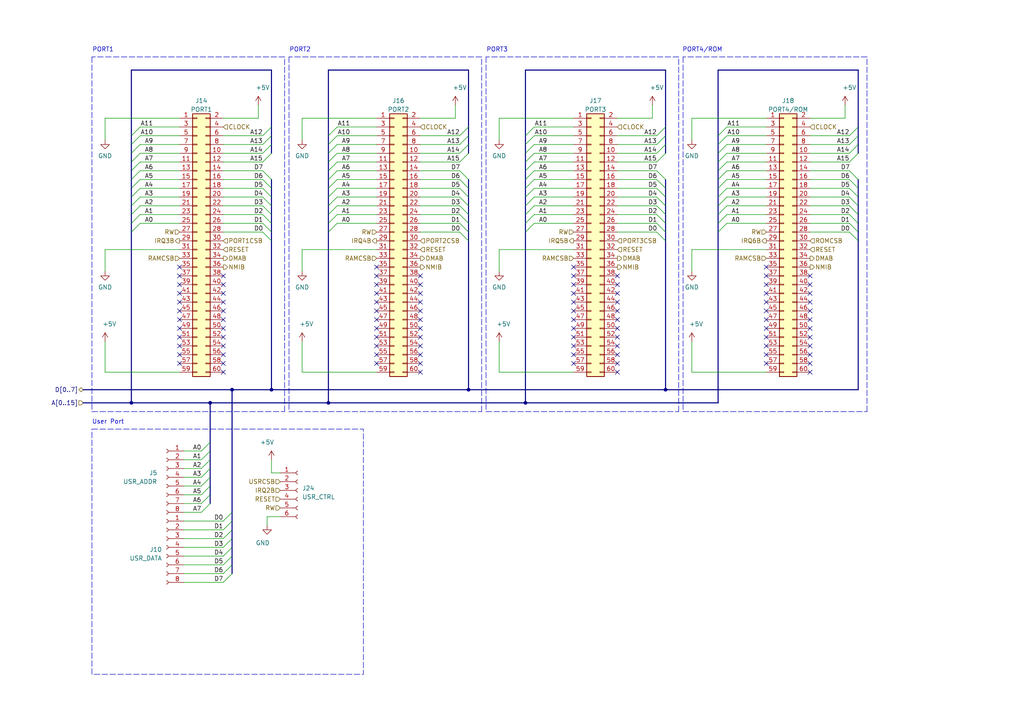
<source format=kicad_sch>
(kicad_sch (version 20230121) (generator eeschema)
  (paper "A4")
  (title_block (title "Miniish") (date "2023-05-19") (rev "v1.3") (company "Romuald Rousseau"))
  (lib_symbols
    (symbol "Connector:Conn_01x06_Socket" (pin_names (offset 1.016) hide)
      (property "Reference" "J" (at 0 7.62 0))
      (property "Value" "Conn_01x06_Socket" (at 0 -10.16 0))
      (symbol "Conn_01x06_Socket_1_1"
        (arc (start 0 -7.112) (mid -0.5058 -7.62) (end 0 -8.128) (stroke (width 0.1524)))
        (arc (start 0 -4.572) (mid -0.5058 -5.08) (end 0 -5.588) (stroke (width 0.1524)))
        (arc (start 0 -2.032) (mid -0.5058 -2.54) (end 0 -3.048) (stroke (width 0.1524)))
        (polyline (pts (xy -1.27 -7.62) (xy -0.508 -7.62)) (stroke (width 0.1524)))
        (polyline (pts (xy -1.27 -5.08) (xy -0.508 -5.08)) (stroke (width 0.1524)))
        (polyline (pts (xy -1.27 -2.54) (xy -0.508 -2.54)) (stroke (width 0.1524)))
        (polyline (pts (xy -1.27 0) (xy -0.508 0)) (stroke (width 0.1524)))
        (polyline (pts (xy -1.27 2.54) (xy -0.508 2.54)) (stroke (width 0.1524)))
        (polyline (pts (xy -1.27 5.08) (xy -0.508 5.08)) (stroke (width 0.1524)))
        (arc (start 0 0.508) (mid -0.5058 0) (end 0 -0.508) (stroke (width 0.1524)))
        (arc (start 0 3.048) (mid -0.5058 2.54) (end 0 2.032) (stroke (width 0.1524)))
        (arc (start 0 5.588) (mid -0.5058 5.08) (end 0 4.572) (stroke (width 0.1524)))
        (pin passive line (at -5.08 5.08 0) (length 3.81) (name "Pin_1") (number "1"))
        (pin passive line (at -5.08 2.54 0) (length 3.81) (name "Pin_2") (number "2"))
        (pin passive line (at -5.08 0 0) (length 3.81) (name "Pin_3") (number "3"))
        (pin passive line (at -5.08 -2.54 0) (length 3.81) (name "Pin_4") (number "4"))
        (pin passive line (at -5.08 -5.08 0) (length 3.81) (name "Pin_5") (number "5"))
        (pin passive line (at -5.08 -7.62 0) (length 3.81) (name "Pin_6") (number "6"))
      )
    )
    (symbol "Connector:Conn_01x08_Socket" (pin_names (offset 1.016) hide)
      (property "Reference" "J" (at 0 10.16 0))
      (property "Value" "Conn_01x08_Socket" (at 0 -12.7 0))
      (symbol "Conn_01x08_Socket_1_1"
        (arc (start 0 -9.652) (mid -0.5058 -10.16) (end 0 -10.668) (stroke (width 0.1524)))
        (arc (start 0 -7.112) (mid -0.5058 -7.62) (end 0 -8.128) (stroke (width 0.1524)))
        (arc (start 0 -4.572) (mid -0.5058 -5.08) (end 0 -5.588) (stroke (width 0.1524)))
        (arc (start 0 -2.032) (mid -0.5058 -2.54) (end 0 -3.048) (stroke (width 0.1524)))
        (polyline (pts (xy -1.27 -10.16) (xy -0.508 -10.16)) (stroke (width 0.1524)))
        (polyline (pts (xy -1.27 -7.62) (xy -0.508 -7.62)) (stroke (width 0.1524)))
        (polyline (pts (xy -1.27 -5.08) (xy -0.508 -5.08)) (stroke (width 0.1524)))
        (polyline (pts (xy -1.27 -2.54) (xy -0.508 -2.54)) (stroke (width 0.1524)))
        (polyline (pts (xy -1.27 0) (xy -0.508 0)) (stroke (width 0.1524)))
        (polyline (pts (xy -1.27 2.54) (xy -0.508 2.54)) (stroke (width 0.1524)))
        (polyline (pts (xy -1.27 5.08) (xy -0.508 5.08)) (stroke (width 0.1524)))
        (polyline (pts (xy -1.27 7.62) (xy -0.508 7.62)) (stroke (width 0.1524)))
        (arc (start 0 0.508) (mid -0.5058 0) (end 0 -0.508) (stroke (width 0.1524)))
        (arc (start 0 3.048) (mid -0.5058 2.54) (end 0 2.032) (stroke (width 0.1524)))
        (arc (start 0 5.588) (mid -0.5058 5.08) (end 0 4.572) (stroke (width 0.1524)))
        (arc (start 0 8.128) (mid -0.5058 7.62) (end 0 7.112) (stroke (width 0.1524)))
        (pin passive line (at -5.08 7.62 0) (length 3.81) (name "Pin_1") (number "1"))
        (pin passive line (at -5.08 5.08 0) (length 3.81) (name "Pin_2") (number "2"))
        (pin passive line (at -5.08 2.54 0) (length 3.81) (name "Pin_3") (number "3"))
        (pin passive line (at -5.08 0 0) (length 3.81) (name "Pin_4") (number "4"))
        (pin passive line (at -5.08 -2.54 0) (length 3.81) (name "Pin_5") (number "5"))
        (pin passive line (at -5.08 -5.08 0) (length 3.81) (name "Pin_6") (number "6"))
        (pin passive line (at -5.08 -7.62 0) (length 3.81) (name "Pin_7") (number "7"))
        (pin passive line (at -5.08 -10.16 0) (length 3.81) (name "Pin_8") (number "8"))
      )
    )
    (symbol "Connector_Generic:Conn_02x30_Odd_Even" (pin_names (offset 1.016) hide)
      (property "Reference" "J" (at 1.27 38.1 0))
      (property "Value" "Conn_02x30_Odd_Even" (at 1.27 -40.64 0))
      (symbol "Conn_02x30_Odd_Even_1_1"
        (rectangle (start -1.27 -37.973) (end 0 -38.227) (stroke (width 0.1524)))
        (rectangle (start -1.27 -35.433) (end 0 -35.687) (stroke (width 0.1524)))
        (rectangle (start -1.27 -32.893) (end 0 -33.147) (stroke (width 0.1524)))
        (rectangle (start -1.27 -30.353) (end 0 -30.607) (stroke (width 0.1524)))
        (rectangle (start -1.27 -27.813) (end 0 -28.067) (stroke (width 0.1524)))
        (rectangle (start -1.27 -25.273) (end 0 -25.527) (stroke (width 0.1524)))
        (rectangle (start -1.27 -22.733) (end 0 -22.987) (stroke (width 0.1524)))
        (rectangle (start -1.27 -20.193) (end 0 -20.447) (stroke (width 0.1524)))
        (rectangle (start -1.27 -17.653) (end 0 -17.907) (stroke (width 0.1524)))
        (rectangle (start -1.27 -15.113) (end 0 -15.367) (stroke (width 0.1524)))
        (rectangle (start -1.27 -12.573) (end 0 -12.827) (stroke (width 0.1524)))
        (rectangle (start -1.27 -10.033) (end 0 -10.287) (stroke (width 0.1524)))
        (rectangle (start -1.27 -7.493) (end 0 -7.747) (stroke (width 0.1524)))
        (rectangle (start -1.27 -4.953) (end 0 -5.207) (stroke (width 0.1524)))
        (rectangle (start -1.27 -2.413) (end 0 -2.667) (stroke (width 0.1524)))
        (rectangle (start -1.27 0.127) (end 0 -0.127) (stroke (width 0.1524)))
        (rectangle (start -1.27 2.667) (end 0 2.413) (stroke (width 0.1524)))
        (rectangle (start -1.27 5.207) (end 0 4.953) (stroke (width 0.1524)))
        (rectangle (start -1.27 7.747) (end 0 7.493) (stroke (width 0.1524)))
        (rectangle (start -1.27 10.287) (end 0 10.033) (stroke (width 0.1524)))
        (rectangle (start -1.27 12.827) (end 0 12.573) (stroke (width 0.1524)))
        (rectangle (start -1.27 15.367) (end 0 15.113) (stroke (width 0.1524)))
        (rectangle (start -1.27 17.907) (end 0 17.653) (stroke (width 0.1524)))
        (rectangle (start -1.27 20.447) (end 0 20.193) (stroke (width 0.1524)))
        (rectangle (start -1.27 22.987) (end 0 22.733) (stroke (width 0.1524)))
        (rectangle (start -1.27 25.527) (end 0 25.273) (stroke (width 0.1524)))
        (rectangle (start -1.27 28.067) (end 0 27.813) (stroke (width 0.1524)))
        (rectangle (start -1.27 30.607) (end 0 30.353) (stroke (width 0.1524)))
        (rectangle (start -1.27 33.147) (end 0 32.893) (stroke (width 0.1524)))
        (rectangle (start -1.27 35.687) (end 0 35.433) (stroke (width 0.1524)))
        (rectangle (start -1.27 36.83) (end 3.81 -39.37) (stroke (width 0.254)) (fill (type background)))
        (rectangle (start 3.81 -37.973) (end 2.54 -38.227) (stroke (width 0.1524)))
        (rectangle (start 3.81 -35.433) (end 2.54 -35.687) (stroke (width 0.1524)))
        (rectangle (start 3.81 -32.893) (end 2.54 -33.147) (stroke (width 0.1524)))
        (rectangle (start 3.81 -30.353) (end 2.54 -30.607) (stroke (width 0.1524)))
        (rectangle (start 3.81 -27.813) (end 2.54 -28.067) (stroke (width 0.1524)))
        (rectangle (start 3.81 -25.273) (end 2.54 -25.527) (stroke (width 0.1524)))
        (rectangle (start 3.81 -22.733) (end 2.54 -22.987) (stroke (width 0.1524)))
        (rectangle (start 3.81 -20.193) (end 2.54 -20.447) (stroke (width 0.1524)))
        (rectangle (start 3.81 -17.653) (end 2.54 -17.907) (stroke (width 0.1524)))
        (rectangle (start 3.81 -15.113) (end 2.54 -15.367) (stroke (width 0.1524)))
        (rectangle (start 3.81 -12.573) (end 2.54 -12.827) (stroke (width 0.1524)))
        (rectangle (start 3.81 -10.033) (end 2.54 -10.287) (stroke (width 0.1524)))
        (rectangle (start 3.81 -7.493) (end 2.54 -7.747) (stroke (width 0.1524)))
        (rectangle (start 3.81 -4.953) (end 2.54 -5.207) (stroke (width 0.1524)))
        (rectangle (start 3.81 -2.413) (end 2.54 -2.667) (stroke (width 0.1524)))
        (rectangle (start 3.81 0.127) (end 2.54 -0.127) (stroke (width 0.1524)))
        (rectangle (start 3.81 2.667) (end 2.54 2.413) (stroke (width 0.1524)))
        (rectangle (start 3.81 5.207) (end 2.54 4.953) (stroke (width 0.1524)))
        (rectangle (start 3.81 7.747) (end 2.54 7.493) (stroke (width 0.1524)))
        (rectangle (start 3.81 10.287) (end 2.54 10.033) (stroke (width 0.1524)))
        (rectangle (start 3.81 12.827) (end 2.54 12.573) (stroke (width 0.1524)))
        (rectangle (start 3.81 15.367) (end 2.54 15.113) (stroke (width 0.1524)))
        (rectangle (start 3.81 17.907) (end 2.54 17.653) (stroke (width 0.1524)))
        (rectangle (start 3.81 20.447) (end 2.54 20.193) (stroke (width 0.1524)))
        (rectangle (start 3.81 22.987) (end 2.54 22.733) (stroke (width 0.1524)))
        (rectangle (start 3.81 25.527) (end 2.54 25.273) (stroke (width 0.1524)))
        (rectangle (start 3.81 28.067) (end 2.54 27.813) (stroke (width 0.1524)))
        (rectangle (start 3.81 30.607) (end 2.54 30.353) (stroke (width 0.1524)))
        (rectangle (start 3.81 33.147) (end 2.54 32.893) (stroke (width 0.1524)))
        (rectangle (start 3.81 35.687) (end 2.54 35.433) (stroke (width 0.1524)))
        (pin passive line (at -5.08 35.56 0) (length 3.81) (name "Pin_1") (number "1"))
        (pin passive line (at 7.62 25.4 180) (length 3.81) (name "Pin_10") (number "10"))
        (pin passive line (at -5.08 22.86 0) (length 3.81) (name "Pin_11") (number "11"))
        (pin passive line (at 7.62 22.86 180) (length 3.81) (name "Pin_12") (number "12"))
        (pin passive line (at -5.08 20.32 0) (length 3.81) (name "Pin_13") (number "13"))
        (pin passive line (at 7.62 20.32 180) (length 3.81) (name "Pin_14") (number "14"))
        (pin passive line (at -5.08 17.78 0) (length 3.81) (name "Pin_15") (number "15"))
        (pin passive line (at 7.62 17.78 180) (length 3.81) (name "Pin_16") (number "16"))
        (pin passive line (at -5.08 15.24 0) (length 3.81) (name "Pin_17") (number "17"))
        (pin passive line (at 7.62 15.24 180) (length 3.81) (name "Pin_18") (number "18"))
        (pin passive line (at -5.08 12.7 0) (length 3.81) (name "Pin_19") (number "19"))
        (pin passive line (at 7.62 35.56 180) (length 3.81) (name "Pin_2") (number "2"))
        (pin passive line (at 7.62 12.7 180) (length 3.81) (name "Pin_20") (number "20"))
        (pin passive line (at -5.08 10.16 0) (length 3.81) (name "Pin_21") (number "21"))
        (pin passive line (at 7.62 10.16 180) (length 3.81) (name "Pin_22") (number "22"))
        (pin passive line (at -5.08 7.62 0) (length 3.81) (name "Pin_23") (number "23"))
        (pin passive line (at 7.62 7.62 180) (length 3.81) (name "Pin_24") (number "24"))
        (pin passive line (at -5.08 5.08 0) (length 3.81) (name "Pin_25") (number "25"))
        (pin passive line (at 7.62 5.08 180) (length 3.81) (name "Pin_26") (number "26"))
        (pin passive line (at -5.08 2.54 0) (length 3.81) (name "Pin_27") (number "27"))
        (pin passive line (at 7.62 2.54 180) (length 3.81) (name "Pin_28") (number "28"))
        (pin passive line (at -5.08 0 0) (length 3.81) (name "Pin_29") (number "29"))
        (pin passive line (at -5.08 33.02 0) (length 3.81) (name "Pin_3") (number "3"))
        (pin passive line (at 7.62 0 180) (length 3.81) (name "Pin_30") (number "30"))
        (pin passive line (at -5.08 -2.54 0) (length 3.81) (name "Pin_31") (number "31"))
        (pin passive line (at 7.62 -2.54 180) (length 3.81) (name "Pin_32") (number "32"))
        (pin passive line (at -5.08 -5.08 0) (length 3.81) (name "Pin_33") (number "33"))
        (pin passive line (at 7.62 -5.08 180) (length 3.81) (name "Pin_34") (number "34"))
        (pin passive line (at -5.08 -7.62 0) (length 3.81) (name "Pin_35") (number "35"))
        (pin passive line (at 7.62 -7.62 180) (length 3.81) (name "Pin_36") (number "36"))
        (pin passive line (at -5.08 -10.16 0) (length 3.81) (name "Pin_37") (number "37"))
        (pin passive line (at 7.62 -10.16 180) (length 3.81) (name "Pin_38") (number "38"))
        (pin passive line (at -5.08 -12.7 0) (length 3.81) (name "Pin_39") (number "39"))
        (pin passive line (at 7.62 33.02 180) (length 3.81) (name "Pin_4") (number "4"))
        (pin passive line (at 7.62 -12.7 180) (length 3.81) (name "Pin_40") (number "40"))
        (pin passive line (at -5.08 -15.24 0) (length 3.81) (name "Pin_41") (number "41"))
        (pin passive line (at 7.62 -15.24 180) (length 3.81) (name "Pin_42") (number "42"))
        (pin passive line (at -5.08 -17.78 0) (length 3.81) (name "Pin_43") (number "43"))
        (pin passive line (at 7.62 -17.78 180) (length 3.81) (name "Pin_44") (number "44"))
        (pin passive line (at -5.08 -20.32 0) (length 3.81) (name "Pin_45") (number "45"))
        (pin passive line (at 7.62 -20.32 180) (length 3.81) (name "Pin_46") (number "46"))
        (pin passive line (at -5.08 -22.86 0) (length 3.81) (name "Pin_47") (number "47"))
        (pin passive line (at 7.62 -22.86 180) (length 3.81) (name "Pin_48") (number "48"))
        (pin passive line (at -5.08 -25.4 0) (length 3.81) (name "Pin_49") (number "49"))
        (pin passive line (at -5.08 30.48 0) (length 3.81) (name "Pin_5") (number "5"))
        (pin passive line (at 7.62 -25.4 180) (length 3.81) (name "Pin_50") (number "50"))
        (pin passive line (at -5.08 -27.94 0) (length 3.81) (name "Pin_51") (number "51"))
        (pin passive line (at 7.62 -27.94 180) (length 3.81) (name "Pin_52") (number "52"))
        (pin passive line (at -5.08 -30.48 0) (length 3.81) (name "Pin_53") (number "53"))
        (pin passive line (at 7.62 -30.48 180) (length 3.81) (name "Pin_54") (number "54"))
        (pin passive line (at -5.08 -33.02 0) (length 3.81) (name "Pin_55") (number "55"))
        (pin passive line (at 7.62 -33.02 180) (length 3.81) (name "Pin_56") (number "56"))
        (pin passive line (at -5.08 -35.56 0) (length 3.81) (name "Pin_57") (number "57"))
        (pin passive line (at 7.62 -35.56 180) (length 3.81) (name "Pin_58") (number "58"))
        (pin passive line (at -5.08 -38.1 0) (length 3.81) (name "Pin_59") (number "59"))
        (pin passive line (at 7.62 30.48 180) (length 3.81) (name "Pin_6") (number "6"))
        (pin passive line (at 7.62 -38.1 180) (length 3.81) (name "Pin_60") (number "60"))
        (pin passive line (at -5.08 27.94 0) (length 3.81) (name "Pin_7") (number "7"))
        (pin passive line (at 7.62 27.94 180) (length 3.81) (name "Pin_8") (number "8"))
        (pin passive line (at -5.08 25.4 0) (length 3.81) (name "Pin_9") (number "9"))
      )
    )
    (symbol "power:+5V" (power) (pin_names (offset 0))
      (property "Value" "+5V" (at 0 3.556 0))
      (symbol "+5V_0_1"
        (polyline (pts (xy -0.762 1.27) (xy 0 2.54)))
        (polyline (pts (xy 0 0) (xy 0 2.54)))
        (polyline (pts (xy 0 2.54) (xy 0.762 1.27)))
      )
      (symbol "+5V_1_1"
        (pin power_in line (at 0 0 90) (length 0) hide (name "+5V") (number "1"))
      )
    )
    (symbol "power:GND" (power) (pin_names (offset 0))
      (property "Value" "GND" (at 0 -3.81 0))
      (symbol "GND_0_1"
        (polyline (pts (xy 0 0) (xy 0 -1.27) (xy 1.27 -1.27) (xy 0 -2.54) (xy -1.27 -1.27) (xy 0 -1.27)))
      )
      (symbol "GND_1_1"
        (pin power_in line (at 0 0 270) (length 0) hide (name "GND") (number "1"))
      )
    )
  )
  (junction (at 38.1 116.84))
  (junction (at 95.25 116.84))
  (junction (at 193.04 113.03))
  (junction (at 135.89 113.03))
  (junction (at 78.74 113.03))
  (junction (at 67.31 113.03))
  (junction (at 60.96 116.84))
  (junction (at 152.4 116.84))
  (no_connect (at 52.07 92.71))
  (no_connect (at 109.22 95.25))
  (no_connect (at 234.95 105.41))
  (no_connect (at 222.25 82.55))
  (no_connect (at 179.07 107.95))
  (no_connect (at 166.37 87.63))
  (no_connect (at 121.92 80.01))
  (no_connect (at 64.77 100.33))
  (no_connect (at 179.07 85.09))
  (no_connect (at 166.37 105.41))
  (no_connect (at 222.25 102.87))
  (no_connect (at 234.95 97.79))
  (no_connect (at 166.37 77.47))
  (no_connect (at 121.92 100.33))
  (no_connect (at 222.25 90.17))
  (no_connect (at 166.37 85.09))
  (no_connect (at 64.77 82.55))
  (no_connect (at 109.22 92.71))
  (no_connect (at 52.07 97.79))
  (no_connect (at 109.22 100.33))
  (no_connect (at 52.07 105.41))
  (no_connect (at 64.77 102.87))
  (no_connect (at 166.37 95.25))
  (no_connect (at 222.25 100.33))
  (no_connect (at 222.25 85.09))
  (no_connect (at 109.22 87.63))
  (no_connect (at 179.07 87.63))
  (no_connect (at 109.22 105.41))
  (no_connect (at 179.07 102.87))
  (no_connect (at 109.22 77.47))
  (no_connect (at 234.95 82.55))
  (no_connect (at 64.77 95.25))
  (no_connect (at 222.25 92.71))
  (no_connect (at 121.92 95.25))
  (no_connect (at 64.77 87.63))
  (no_connect (at 64.77 92.71))
  (no_connect (at 52.07 100.33))
  (no_connect (at 64.77 85.09))
  (no_connect (at 234.95 100.33))
  (no_connect (at 166.37 102.87))
  (no_connect (at 222.25 105.41))
  (no_connect (at 121.92 107.95))
  (no_connect (at 234.95 90.17))
  (no_connect (at 234.95 92.71))
  (no_connect (at 52.07 87.63))
  (no_connect (at 121.92 85.09))
  (no_connect (at 179.07 80.01))
  (no_connect (at 234.95 95.25))
  (no_connect (at 121.92 87.63))
  (no_connect (at 179.07 97.79))
  (no_connect (at 222.25 77.47))
  (no_connect (at 64.77 107.95))
  (no_connect (at 64.77 80.01))
  (no_connect (at 64.77 90.17))
  (no_connect (at 234.95 85.09))
  (no_connect (at 121.92 97.79))
  (no_connect (at 52.07 82.55))
  (no_connect (at 179.07 100.33))
  (no_connect (at 121.92 92.71))
  (no_connect (at 166.37 97.79))
  (no_connect (at 52.07 80.01))
  (no_connect (at 234.95 107.95))
  (no_connect (at 121.92 90.17))
  (no_connect (at 179.07 95.25))
  (no_connect (at 222.25 80.01))
  (no_connect (at 166.37 82.55))
  (no_connect (at 166.37 92.71))
  (no_connect (at 234.95 87.63))
  (no_connect (at 234.95 102.87))
  (no_connect (at 109.22 85.09))
  (no_connect (at 166.37 90.17))
  (no_connect (at 109.22 90.17))
  (no_connect (at 52.07 102.87))
  (no_connect (at 179.07 90.17))
  (no_connect (at 52.07 85.09))
  (no_connect (at 109.22 97.79))
  (no_connect (at 179.07 82.55))
  (no_connect (at 121.92 105.41))
  (no_connect (at 234.95 80.01))
  (no_connect (at 64.77 105.41))
  (no_connect (at 52.07 90.17))
  (no_connect (at 166.37 100.33))
  (no_connect (at 179.07 105.41))
  (no_connect (at 121.92 82.55))
  (no_connect (at 222.25 95.25))
  (no_connect (at 179.07 92.71))
  (no_connect (at 109.22 80.01))
  (no_connect (at 52.07 95.25))
  (no_connect (at 109.22 102.87))
  (no_connect (at 166.37 80.01))
  (no_connect (at 222.25 97.79))
  (no_connect (at 121.92 102.87))
  (no_connect (at 64.77 97.79))
  (no_connect (at 222.25 87.63))
  (no_connect (at 52.07 77.47))
  (no_connect (at 109.22 82.55))
  (bus_entry (at 193.04 54.61) (size -2.54 -2.54) (stroke (width 0.1524)))
  (bus_entry (at 38.1 67.31) (size 2.54 -2.54) (stroke (width 0.1524)))
  (bus_entry (at 193.04 69.85) (size -2.54 -2.54) (stroke (width 0.1524)))
  (bus_entry (at 95.25 39.37) (size 2.54 -2.54) (stroke (width 0.1524)))
  (bus_entry (at 38.1 62.23) (size 2.54 -2.54) (stroke (width 0.1524)))
  (bus_entry (at 135.89 69.85) (size -2.54 -2.54) (stroke (width 0.1524)))
  (bus_entry (at 64.77 163.83) (size 2.54 -2.54))
  (bus_entry (at 152.4 64.77) (size 2.54 -2.54) (stroke (width 0.1524)))
  (bus_entry (at 95.25 64.77) (size 2.54 -2.54) (stroke (width 0.1524)))
  (bus_entry (at 135.89 36.83) (size -2.54 2.54) (stroke (width 0.1524)))
  (bus_entry (at 248.92 36.83) (size -2.54 2.54) (stroke (width 0.1524)))
  (bus_entry (at 38.1 54.61) (size 2.54 -2.54) (stroke (width 0.1524)))
  (bus_entry (at 38.1 59.69) (size 2.54 -2.54) (stroke (width 0.1524)))
  (bus_entry (at 152.4 41.91) (size 2.54 -2.54) (stroke (width 0.1524)))
  (bus_entry (at 64.77 158.75) (size 2.54 -2.54))
  (bus_entry (at 78.74 41.91) (size -2.54 2.54) (stroke (width 0.1524)))
  (bus_entry (at 248.92 69.85) (size -2.54 -2.54) (stroke (width 0.1524)))
  (bus_entry (at 248.92 41.91) (size -2.54 2.54) (stroke (width 0.1524)))
  (bus_entry (at 78.74 36.83) (size -2.54 2.54) (stroke (width 0.1524)))
  (bus_entry (at 78.74 44.45) (size -2.54 2.54) (stroke (width 0.1524)))
  (bus_entry (at 152.4 52.07) (size 2.54 -2.54) (stroke (width 0.1524)))
  (bus_entry (at 208.28 54.61) (size 2.54 -2.54) (stroke (width 0.1524)))
  (bus_entry (at 64.77 168.91) (size 2.54 -2.54))
  (bus_entry (at 208.28 44.45) (size 2.54 -2.54) (stroke (width 0.1524)))
  (bus_entry (at 248.92 44.45) (size -2.54 2.54) (stroke (width 0.1524)))
  (bus_entry (at 95.25 49.53) (size 2.54 -2.54) (stroke (width 0.1524)))
  (bus_entry (at 95.25 44.45) (size 2.54 -2.54) (stroke (width 0.1524)))
  (bus_entry (at 38.1 41.91) (size 2.54 -2.54) (stroke (width 0.1524)))
  (bus_entry (at 135.89 57.15) (size -2.54 -2.54) (stroke (width 0.1524)))
  (bus_entry (at 208.28 64.77) (size 2.54 -2.54) (stroke (width 0.1524)))
  (bus_entry (at 58.42 133.35) (size 2.54 -2.54))
  (bus_entry (at 248.92 52.07) (size -2.54 -2.54) (stroke (width 0.1524)))
  (bus_entry (at 58.42 140.97) (size 2.54 -2.54))
  (bus_entry (at 152.4 49.53) (size 2.54 -2.54) (stroke (width 0.1524)))
  (bus_entry (at 152.4 44.45) (size 2.54 -2.54) (stroke (width 0.1524)))
  (bus_entry (at 38.1 52.07) (size 2.54 -2.54) (stroke (width 0.1524)))
  (bus_entry (at 135.89 64.77) (size -2.54 -2.54) (stroke (width 0.1524)))
  (bus_entry (at 58.42 135.89) (size 2.54 -2.54))
  (bus_entry (at 58.42 146.05) (size 2.54 -2.54))
  (bus_entry (at 38.1 44.45) (size 2.54 -2.54) (stroke (width 0.1524)))
  (bus_entry (at 78.74 69.85) (size -2.54 -2.54) (stroke (width 0.1524)))
  (bus_entry (at 135.89 39.37) (size -2.54 2.54) (stroke (width 0.1524)))
  (bus_entry (at 208.28 62.23) (size 2.54 -2.54) (stroke (width 0.1524)))
  (bus_entry (at 193.04 64.77) (size -2.54 -2.54) (stroke (width 0.1524)))
  (bus_entry (at 208.28 67.31) (size 2.54 -2.54) (stroke (width 0.1524)))
  (bus_entry (at 58.42 130.81) (size 2.54 -2.54))
  (bus_entry (at 152.4 59.69) (size 2.54 -2.54) (stroke (width 0.1524)))
  (bus_entry (at 193.04 44.45) (size -2.54 2.54) (stroke (width 0.1524)))
  (bus_entry (at 95.25 46.99) (size 2.54 -2.54) (stroke (width 0.1524)))
  (bus_entry (at 64.77 161.29) (size 2.54 -2.54))
  (bus_entry (at 248.92 57.15) (size -2.54 -2.54) (stroke (width 0.1524)))
  (bus_entry (at 193.04 36.83) (size -2.54 2.54) (stroke (width 0.1524)))
  (bus_entry (at 135.89 41.91) (size -2.54 2.54) (stroke (width 0.1524)))
  (bus_entry (at 78.74 39.37) (size -2.54 2.54) (stroke (width 0.1524)))
  (bus_entry (at 78.74 64.77) (size -2.54 -2.54) (stroke (width 0.1524)))
  (bus_entry (at 64.77 151.13) (size 2.54 -2.54))
  (bus_entry (at 64.77 156.21) (size 2.54 -2.54))
  (bus_entry (at 95.25 57.15) (size 2.54 -2.54) (stroke (width 0.1524)))
  (bus_entry (at 208.28 46.99) (size 2.54 -2.54) (stroke (width 0.1524)))
  (bus_entry (at 38.1 57.15) (size 2.54 -2.54) (stroke (width 0.1524)))
  (bus_entry (at 152.4 57.15) (size 2.54 -2.54) (stroke (width 0.1524)))
  (bus_entry (at 248.92 62.23) (size -2.54 -2.54) (stroke (width 0.1524)))
  (bus_entry (at 58.42 143.51) (size 2.54 -2.54))
  (bus_entry (at 95.25 62.23) (size 2.54 -2.54) (stroke (width 0.1524)))
  (bus_entry (at 193.04 41.91) (size -2.54 2.54) (stroke (width 0.1524)))
  (bus_entry (at 78.74 59.69) (size -2.54 -2.54) (stroke (width 0.1524)))
  (bus_entry (at 152.4 39.37) (size 2.54 -2.54) (stroke (width 0.1524)))
  (bus_entry (at 152.4 46.99) (size 2.54 -2.54) (stroke (width 0.1524)))
  (bus_entry (at 38.1 49.53) (size 2.54 -2.54) (stroke (width 0.1524)))
  (bus_entry (at 58.42 148.59) (size 2.54 -2.54))
  (bus_entry (at 193.04 57.15) (size -2.54 -2.54) (stroke (width 0.1524)))
  (bus_entry (at 208.28 39.37) (size 2.54 -2.54) (stroke (width 0.1524)))
  (bus_entry (at 152.4 54.61) (size 2.54 -2.54) (stroke (width 0.1524)))
  (bus_entry (at 95.25 67.31) (size 2.54 -2.54) (stroke (width 0.1524)))
  (bus_entry (at 248.92 67.31) (size -2.54 -2.54) (stroke (width 0.1524)))
  (bus_entry (at 58.42 138.43) (size 2.54 -2.54))
  (bus_entry (at 38.1 46.99) (size 2.54 -2.54) (stroke (width 0.1524)))
  (bus_entry (at 135.89 52.07) (size -2.54 -2.54) (stroke (width 0.1524)))
  (bus_entry (at 208.28 52.07) (size 2.54 -2.54) (stroke (width 0.1524)))
  (bus_entry (at 38.1 64.77) (size 2.54 -2.54) (stroke (width 0.1524)))
  (bus_entry (at 95.25 52.07) (size 2.54 -2.54) (stroke (width 0.1524)))
  (bus_entry (at 208.28 49.53) (size 2.54 -2.54) (stroke (width 0.1524)))
  (bus_entry (at 248.92 59.69) (size -2.54 -2.54) (stroke (width 0.1524)))
  (bus_entry (at 135.89 54.61) (size -2.54 -2.54) (stroke (width 0.1524)))
  (bus_entry (at 135.89 67.31) (size -2.54 -2.54) (stroke (width 0.1524)))
  (bus_entry (at 64.77 166.37) (size 2.54 -2.54))
  (bus_entry (at 135.89 59.69) (size -2.54 -2.54) (stroke (width 0.1524)))
  (bus_entry (at 95.25 54.61) (size 2.54 -2.54) (stroke (width 0.1524)))
  (bus_entry (at 208.28 41.91) (size 2.54 -2.54) (stroke (width 0.1524)))
  (bus_entry (at 193.04 62.23) (size -2.54 -2.54) (stroke (width 0.1524)))
  (bus_entry (at 208.28 59.69) (size 2.54 -2.54) (stroke (width 0.1524)))
  (bus_entry (at 78.74 62.23) (size -2.54 -2.54) (stroke (width 0.1524)))
  (bus_entry (at 248.92 54.61) (size -2.54 -2.54) (stroke (width 0.1524)))
  (bus_entry (at 135.89 44.45) (size -2.54 2.54) (stroke (width 0.1524)))
  (bus_entry (at 208.28 57.15) (size 2.54 -2.54) (stroke (width 0.1524)))
  (bus_entry (at 78.74 54.61) (size -2.54 -2.54) (stroke (width 0.1524)))
  (bus_entry (at 193.04 67.31) (size -2.54 -2.54) (stroke (width 0.1524)))
  (bus_entry (at 135.89 62.23) (size -2.54 -2.54) (stroke (width 0.1524)))
  (bus_entry (at 193.04 59.69) (size -2.54 -2.54) (stroke (width 0.1524)))
  (bus_entry (at 152.4 62.23) (size 2.54 -2.54) (stroke (width 0.1524)))
  (bus_entry (at 95.25 41.91) (size 2.54 -2.54) (stroke (width 0.1524)))
  (bus_entry (at 78.74 57.15) (size -2.54 -2.54) (stroke (width 0.1524)))
  (bus_entry (at 95.25 59.69) (size 2.54 -2.54) (stroke (width 0.1524)))
  (bus_entry (at 78.74 52.07) (size -2.54 -2.54) (stroke (width 0.1524)))
  (bus_entry (at 248.92 64.77) (size -2.54 -2.54) (stroke (width 0.1524)))
  (bus_entry (at 38.1 39.37) (size 2.54 -2.54) (stroke (width 0.1524)))
  (bus_entry (at 248.92 39.37) (size -2.54 2.54) (stroke (width 0.1524)))
  (bus_entry (at 64.77 153.67) (size 2.54 -2.54))
  (bus_entry (at 78.74 67.31) (size -2.54 -2.54) (stroke (width 0.1524)))
  (bus_entry (at 193.04 39.37) (size -2.54 2.54) (stroke (width 0.1524)))
  (bus_entry (at 193.04 52.07) (size -2.54 -2.54) (stroke (width 0.1524)))
  (bus_entry (at 152.4 67.31) (size 2.54 -2.54) (stroke (width 0.1524)))
  (bus (pts (xy 60.96 140.97) (xy 60.96 143.51)))
  (bus (pts (xy 152.4 64.77) (xy 152.4 67.31)))
  (bus (pts (xy 248.92 69.85) (xy 248.92 113.03)))
  (wire (pts (xy 154.94 64.77) (xy 166.37 64.77)))
  (bus (pts (xy 193.04 62.23) (xy 193.04 59.69)))
  (wire (pts (xy 53.34 166.37) (xy 64.77 166.37)))
  (wire (pts (xy 97.79 41.91) (xy 109.22 41.91)))
  (wire (pts (xy 53.34 148.59) (xy 58.42 148.59)))
  (bus (pts (xy 60.96 143.51) (xy 60.96 146.05)))
  (bus (pts (xy 60.96 116.84) (xy 60.96 128.27)))
  (polyline (pts (xy 251.46 119.38) (xy 251.46 16.51)) (stroke (width 0) (type dash)))
  (wire (pts (xy 121.92 34.29) (xy 132.08 34.29)))
  (wire (pts (xy 53.34 140.97) (xy 58.42 140.97)))
  (bus (pts (xy 135.89 69.85) (xy 135.89 113.03)))
  (wire (pts (xy 53.34 146.05) (xy 58.42 146.05)))
  (wire (pts (xy 53.34 168.91) (xy 64.77 168.91)))
  (wire (pts (xy 53.34 161.29) (xy 64.77 161.29)))
  (bus (pts (xy 78.74 64.77) (xy 78.74 67.31)))
  (wire (pts (xy 179.07 54.61) (xy 190.5 54.61)))
  (bus (pts (xy 95.25 116.84) (xy 152.4 116.84)))
  (wire (pts (xy 76.2 46.99) (xy 64.77 46.99)))
  (bus (pts (xy 193.04 36.83) (xy 193.04 20.32)))
  (bus (pts (xy 38.1 64.77) (xy 38.1 67.31)))
  (bus (pts (xy 193.04 52.07) (xy 193.04 54.61)))
  (wire (pts (xy 97.79 44.45) (xy 109.22 44.45)))
  (bus (pts (xy 208.28 41.91) (xy 208.28 44.45)))
  (bus (pts (xy 67.31 151.13) (xy 67.31 153.67)))
  (bus (pts (xy 60.96 138.43) (xy 60.96 140.97)))
  (wire (pts (xy 40.64 54.61) (xy 52.07 54.61)))
  (wire (pts (xy 179.07 49.53) (xy 190.5 49.53)))
  (wire (pts (xy 144.78 72.39) (xy 144.78 78.74)))
  (wire (pts (xy 64.77 54.61) (xy 76.2 54.61)))
  (bus (pts (xy 67.31 113.03) (xy 78.74 113.03)))
  (bus (pts (xy 193.04 113.03) (xy 248.92 113.03)))
  (bus (pts (xy 248.92 62.23) (xy 248.92 59.69)))
  (bus (pts (xy 67.31 161.29) (xy 67.31 163.83)))
  (bus (pts (xy 78.74 54.61) (xy 78.74 57.15)))
  (bus (pts (xy 78.74 62.23) (xy 78.74 64.77)))
  (wire (pts (xy 40.64 39.37) (xy 52.07 39.37)))
  (wire (pts (xy 121.92 59.69) (xy 133.35 59.69)))
  (wire (pts (xy 76.2 39.37) (xy 64.77 39.37)))
  (wire (pts (xy 40.64 41.91) (xy 52.07 41.91)))
  (wire (pts (xy 234.95 67.31) (xy 246.38 67.31)))
  (bus (pts (xy 38.1 41.91) (xy 38.1 44.45)))
  (bus (pts (xy 95.25 41.91) (xy 95.25 44.45)))
  (wire (pts (xy 234.95 62.23) (xy 246.38 62.23)))
  (bus (pts (xy 95.25 46.99) (xy 95.25 49.53)))
  (wire (pts (xy 200.66 99.06) (xy 200.66 107.95)))
  (bus (pts (xy 38.1 116.84) (xy 60.96 116.84)))
  (wire (pts (xy 210.82 59.69) (xy 222.25 59.69)))
  (polyline (pts (xy 251.46 16.51) (xy 198.12 16.51)) (stroke (width 0) (type dash)))
  (wire (pts (xy 246.38 39.37) (xy 234.95 39.37)))
  (bus (pts (xy 248.92 20.32) (xy 208.28 20.32)))
  (wire (pts (xy 144.78 99.06) (xy 144.78 107.95)))
  (wire (pts (xy 40.64 49.53) (xy 52.07 49.53)))
  (wire (pts (xy 40.64 36.83) (xy 52.07 36.83)))
  (wire (pts (xy 154.94 49.53) (xy 166.37 49.53)))
  (wire (pts (xy 53.34 151.13) (xy 64.77 151.13)))
  (bus (pts (xy 135.89 113.03) (xy 193.04 113.03)))
  (bus (pts (xy 152.4 49.53) (xy 152.4 52.07)))
  (bus (pts (xy 135.89 36.83) (xy 135.89 39.37)))
  (wire (pts (xy 234.95 34.29) (xy 245.11 34.29)))
  (bus (pts (xy 208.28 59.69) (xy 208.28 62.23)))
  (wire (pts (xy 97.79 36.83) (xy 109.22 36.83)))
  (wire (pts (xy 121.92 64.77) (xy 133.35 64.77)))
  (wire (pts (xy 30.48 34.29) (xy 30.48 40.64)))
  (wire (pts (xy 190.5 44.45) (xy 179.07 44.45)))
  (wire (pts (xy 97.79 39.37) (xy 109.22 39.37)))
  (wire (pts (xy 87.63 107.95) (xy 109.22 107.95)))
  (bus (pts (xy 95.25 44.45) (xy 95.25 46.99)))
  (bus (pts (xy 152.4 116.84) (xy 208.28 116.84)))
  (polyline (pts (xy 196.85 16.51) (xy 140.97 16.51)) (stroke (width 0) (type dash)))
  (wire (pts (xy 40.64 44.45) (xy 52.07 44.45)))
  (wire (pts (xy 200.66 34.29) (xy 222.25 34.29)))
  (wire (pts (xy 234.95 54.61) (xy 246.38 54.61)))
  (wire (pts (xy 77.47 149.86) (xy 77.47 152.4)))
  (wire (pts (xy 234.95 52.07) (xy 246.38 52.07)))
  (wire (pts (xy 210.82 52.07) (xy 222.25 52.07)))
  (wire (pts (xy 154.94 52.07) (xy 166.37 52.07)))
  (bus (pts (xy 193.04 41.91) (xy 193.04 44.45)))
  (wire (pts (xy 144.78 34.29) (xy 144.78 40.64)))
  (bus (pts (xy 193.04 69.85) (xy 193.04 113.03)))
  (wire (pts (xy 87.63 34.29) (xy 109.22 34.29)))
  (wire (pts (xy 179.07 64.77) (xy 190.5 64.77)))
  (wire (pts (xy 144.78 107.95) (xy 166.37 107.95)))
  (bus (pts (xy 38.1 44.45) (xy 38.1 46.99)))
  (bus (pts (xy 248.92 41.91) (xy 248.92 44.45)))
  (bus (pts (xy 78.74 20.32) (xy 38.1 20.32)))
  (bus (pts (xy 152.4 57.15) (xy 152.4 59.69)))
  (wire (pts (xy 121.92 49.53) (xy 133.35 49.53)))
  (polyline (pts (xy 83.82 16.51) (xy 83.82 119.38)) (stroke (width 0) (type dash)))
  (wire (pts (xy 210.82 39.37) (xy 222.25 39.37)))
  (wire (pts (xy 200.66 72.39) (xy 200.66 78.74)))
  (bus (pts (xy 95.25 20.32) (xy 95.25 39.37)))
  (bus (pts (xy 152.4 62.23) (xy 152.4 64.77)))
  (bus (pts (xy 67.31 148.59) (xy 67.31 151.13)))
  (wire (pts (xy 190.5 39.37) (xy 179.07 39.37)))
  (bus (pts (xy 38.1 46.99) (xy 38.1 49.53)))
  (wire (pts (xy 154.94 36.83) (xy 166.37 36.83)))
  (bus (pts (xy 67.31 163.83) (xy 67.31 166.37)))
  (wire (pts (xy 97.79 54.61) (xy 109.22 54.61)))
  (wire (pts (xy 154.94 54.61) (xy 166.37 54.61)))
  (bus (pts (xy 95.25 67.31) (xy 95.25 116.84)))
  (wire (pts (xy 97.79 49.53) (xy 109.22 49.53)))
  (bus (pts (xy 67.31 113.03) (xy 67.31 148.59)))
  (wire (pts (xy 154.94 39.37) (xy 166.37 39.37)))
  (wire (pts (xy 200.66 34.29) (xy 200.66 40.64)))
  (bus (pts (xy 152.4 46.99) (xy 152.4 49.53)))
  (bus (pts (xy 95.25 64.77) (xy 95.25 67.31)))
  (bus (pts (xy 135.89 64.77) (xy 135.89 67.31)))
  (wire (pts (xy 97.79 46.99) (xy 109.22 46.99)))
  (wire (pts (xy 40.64 52.07) (xy 52.07 52.07)))
  (wire (pts (xy 97.79 62.23) (xy 109.22 62.23)))
  (bus (pts (xy 208.28 44.45) (xy 208.28 46.99)))
  (bus (pts (xy 60.96 135.89) (xy 60.96 138.43)))
  (wire (pts (xy 246.38 41.91) (xy 234.95 41.91)))
  (wire (pts (xy 189.23 34.29) (xy 189.23 30.48)))
  (bus (pts (xy 193.04 67.31) (xy 193.04 69.85)))
  (wire (pts (xy 190.5 46.99) (xy 179.07 46.99)))
  (wire (pts (xy 64.77 67.31) (xy 76.2 67.31)))
  (wire (pts (xy 64.77 62.23) (xy 76.2 62.23)))
  (bus (pts (xy 95.25 52.07) (xy 95.25 54.61)))
  (wire (pts (xy 40.64 64.77) (xy 52.07 64.77)))
  (wire (pts (xy 64.77 57.15) (xy 76.2 57.15)))
  (bus (pts (xy 78.74 62.23) (xy 78.74 59.69)))
  (bus (pts (xy 135.89 20.32) (xy 95.25 20.32)))
  (bus (pts (xy 152.4 52.07) (xy 152.4 54.61)))
  (wire (pts (xy 210.82 64.77) (xy 222.25 64.77)))
  (wire (pts (xy 64.77 52.07) (xy 76.2 52.07)))
  (bus (pts (xy 248.92 64.77) (xy 248.92 67.31)))
  (polyline (pts (xy 140.97 16.51) (xy 140.97 119.38)) (stroke (width 0) (type dash)))
  (bus (pts (xy 78.74 67.31) (xy 78.74 69.85)))
  (wire (pts (xy 53.34 163.83) (xy 64.77 163.83)))
  (wire (pts (xy 121.92 54.61) (xy 133.35 54.61)))
  (wire (pts (xy 210.82 41.91) (xy 222.25 41.91)))
  (wire (pts (xy 30.48 34.29) (xy 52.07 34.29)))
  (polyline (pts (xy 26.67 119.38) (xy 82.55 119.38)) (stroke (width 0) (type dash)))
  (wire (pts (xy 133.35 39.37) (xy 121.92 39.37)))
  (bus (pts (xy 78.74 39.37) (xy 78.74 41.91)))
  (wire (pts (xy 64.77 64.77) (xy 76.2 64.77)))
  (bus (pts (xy 248.92 57.15) (xy 248.92 59.69)))
  (bus (pts (xy 193.04 54.61) (xy 193.04 57.15)))
  (bus (pts (xy 38.1 62.23) (xy 38.1 64.77)))
  (wire (pts (xy 179.07 67.31) (xy 190.5 67.31)))
  (wire (pts (xy 64.77 49.53) (xy 76.2 49.53)))
  (wire (pts (xy 53.34 133.35) (xy 58.42 133.35)))
  (wire (pts (xy 234.95 64.77) (xy 246.38 64.77)))
  (wire (pts (xy 40.64 46.99) (xy 52.07 46.99)))
  (wire (pts (xy 179.07 34.29) (xy 189.23 34.29)))
  (polyline (pts (xy 196.85 119.38) (xy 196.85 16.51)) (stroke (width 0) (type dash)))
  (bus (pts (xy 95.25 62.23) (xy 95.25 64.77)))
  (bus (pts (xy 38.1 20.32) (xy 38.1 39.37)))
  (bus (pts (xy 67.31 153.67) (xy 67.31 156.21)))
  (wire (pts (xy 222.25 72.39) (xy 200.66 72.39)))
  (bus (pts (xy 95.25 39.37) (xy 95.25 41.91)))
  (wire (pts (xy 52.07 72.39) (xy 30.48 72.39)))
  (bus (pts (xy 208.28 62.23) (xy 208.28 64.77)))
  (bus (pts (xy 248.92 36.83) (xy 248.92 20.32)))
  (wire (pts (xy 81.28 149.86) (xy 77.47 149.86)))
  (wire (pts (xy 179.07 52.07) (xy 190.5 52.07)))
  (wire (pts (xy 210.82 62.23) (xy 222.25 62.23)))
  (wire (pts (xy 133.35 41.91) (xy 121.92 41.91)))
  (wire (pts (xy 190.5 41.91) (xy 179.07 41.91)))
  (bus (pts (xy 135.89 54.61) (xy 135.89 57.15)))
  (bus (pts (xy 193.04 62.23) (xy 193.04 64.77)))
  (bus (pts (xy 208.28 20.32) (xy 208.28 39.37)))
  (wire (pts (xy 121.92 57.15) (xy 133.35 57.15)))
  (bus (pts (xy 24.13 116.84) (xy 38.1 116.84)))
  (wire (pts (xy 40.64 62.23) (xy 52.07 62.23)))
  (wire (pts (xy 132.08 34.29) (xy 132.08 30.48)))
  (bus (pts (xy 78.74 41.91) (xy 78.74 44.45)))
  (bus (pts (xy 193.04 20.32) (xy 152.4 20.32)))
  (bus (pts (xy 248.92 39.37) (xy 248.92 41.91)))
  (bus (pts (xy 152.4 41.91) (xy 152.4 44.45)))
  (bus (pts (xy 208.28 67.31) (xy 208.28 116.84)))
  (polyline (pts (xy 140.97 119.38) (xy 196.85 119.38)) (stroke (width 0) (type dash)))
  (bus (pts (xy 95.25 57.15) (xy 95.25 59.69)))
  (wire (pts (xy 121.92 52.07) (xy 133.35 52.07)))
  (bus (pts (xy 38.1 39.37) (xy 38.1 41.91)))
  (wire (pts (xy 154.94 44.45) (xy 166.37 44.45)))
  (wire (pts (xy 64.77 34.29) (xy 74.93 34.29)))
  (bus (pts (xy 60.96 130.81) (xy 60.96 133.35)))
  (wire (pts (xy 210.82 44.45) (xy 222.25 44.45)))
  (wire (pts (xy 154.94 46.99) (xy 166.37 46.99)))
  (wire (pts (xy 30.48 72.39) (xy 30.48 78.74)))
  (wire (pts (xy 78.74 133.35) (xy 78.74 137.16)))
  (wire (pts (xy 97.79 52.07) (xy 109.22 52.07)))
  (wire (pts (xy 154.94 62.23) (xy 166.37 62.23)))
  (polyline (pts (xy 26.67 16.51) (xy 26.67 119.38)) (stroke (width 0) (type dash)))
  (wire (pts (xy 53.34 130.81) (xy 58.42 130.81)))
  (bus (pts (xy 193.04 36.83) (xy 193.04 39.37)))
  (wire (pts (xy 166.37 72.39) (xy 144.78 72.39)))
  (bus (pts (xy 152.4 67.31) (xy 152.4 116.84)))
  (wire (pts (xy 121.92 62.23) (xy 133.35 62.23)))
  (bus (pts (xy 78.74 36.83) (xy 78.74 39.37)))
  (bus (pts (xy 135.89 67.31) (xy 135.89 69.85)))
  (bus (pts (xy 78.74 113.03) (xy 135.89 113.03)))
  (polyline (pts (xy 139.7 16.51) (xy 83.82 16.51)) (stroke (width 0) (type dash)))
  (wire (pts (xy 210.82 57.15) (xy 222.25 57.15)))
  (wire (pts (xy 154.94 41.91) (xy 166.37 41.91)))
  (wire (pts (xy 40.64 57.15) (xy 52.07 57.15)))
  (bus (pts (xy 38.1 57.15) (xy 38.1 59.69)))
  (wire (pts (xy 87.63 99.06) (xy 87.63 107.95)))
  (bus (pts (xy 208.28 39.37) (xy 208.28 41.91)))
  (polyline (pts (xy 82.55 16.51) (xy 26.67 16.51)) (stroke (width 0) (type dash)))
  (bus (pts (xy 95.25 54.61) (xy 95.25 57.15)))
  (bus (pts (xy 135.89 62.23) (xy 135.89 59.69)))
  (bus (pts (xy 60.96 133.35) (xy 60.96 135.89)))
  (bus (pts (xy 38.1 54.61) (xy 38.1 57.15)))
  (bus (pts (xy 248.92 52.07) (xy 248.92 54.61)))
  (wire (pts (xy 40.64 59.69) (xy 52.07 59.69)))
  (bus (pts (xy 135.89 39.37) (xy 135.89 41.91)))
  (polyline (pts (xy 83.82 119.38) (xy 139.7 119.38)) (stroke (width 0) (type dash)))
  (bus (pts (xy 38.1 49.53) (xy 38.1 52.07)))
  (bus (pts (xy 193.04 64.77) (xy 193.04 67.31)))
  (wire (pts (xy 76.2 44.45) (xy 64.77 44.45)))
  (bus (pts (xy 208.28 49.53) (xy 208.28 52.07)))
  (bus (pts (xy 248.92 54.61) (xy 248.92 57.15)))
  (wire (pts (xy 78.74 137.16) (xy 81.28 137.16)))
  (wire (pts (xy 179.07 57.15) (xy 190.5 57.15)))
  (bus (pts (xy 135.89 36.83) (xy 135.89 20.32)))
  (polyline (pts (xy 198.12 119.38) (xy 251.46 119.38)) (stroke (width 0) (type dash)))
  (wire (pts (xy 210.82 54.61) (xy 222.25 54.61)))
  (bus (pts (xy 135.89 41.91) (xy 135.89 44.45)))
  (wire (pts (xy 133.35 46.99) (xy 121.92 46.99)))
  (bus (pts (xy 248.92 62.23) (xy 248.92 64.77)))
  (wire (pts (xy 109.22 72.39) (xy 87.63 72.39)))
  (wire (pts (xy 97.79 59.69) (xy 109.22 59.69)))
  (wire (pts (xy 246.38 46.99) (xy 234.95 46.99)))
  (wire (pts (xy 53.34 158.75) (xy 64.77 158.75)))
  (bus (pts (xy 60.96 128.27) (xy 60.96 130.81)))
  (polyline (pts (xy 198.12 16.51) (xy 198.12 119.38)) (stroke (width 0) (type dash)))
  (bus (pts (xy 152.4 39.37) (xy 152.4 41.91)))
  (wire (pts (xy 210.82 46.99) (xy 222.25 46.99)))
  (bus (pts (xy 38.1 67.31) (xy 38.1 116.84)))
  (bus (pts (xy 135.89 52.07) (xy 135.89 54.61)))
  (wire (pts (xy 30.48 99.06) (xy 30.48 107.95)))
  (wire (pts (xy 74.93 34.29) (xy 74.93 30.48)))
  (wire (pts (xy 200.66 107.95) (xy 222.25 107.95)))
  (wire (pts (xy 234.95 57.15) (xy 246.38 57.15)))
  (bus (pts (xy 208.28 46.99) (xy 208.28 49.53)))
  (wire (pts (xy 234.95 59.69) (xy 246.38 59.69)))
  (wire (pts (xy 87.63 72.39) (xy 87.63 78.74)))
  (bus (pts (xy 78.74 52.07) (xy 78.74 54.61)))
  (bus (pts (xy 95.25 59.69) (xy 95.25 62.23)))
  (bus (pts (xy 78.74 57.15) (xy 78.74 59.69)))
  (bus (pts (xy 24.13 113.03) (xy 67.31 113.03)))
  (polyline (pts (xy 82.55 119.38) (xy 82.55 16.51)) (stroke (width 0) (type dash)))
  (wire (pts (xy 87.63 34.29) (xy 87.63 40.64)))
  (wire (pts (xy 121.92 67.31) (xy 133.35 67.31)))
  (wire (pts (xy 246.38 44.45) (xy 234.95 44.45)))
  (polyline (pts (xy 139.7 119.38) (xy 139.7 16.51)) (stroke (width 0) (type dash)))
  (wire (pts (xy 210.82 36.83) (xy 222.25 36.83)))
  (wire (pts (xy 133.35 44.45) (xy 121.92 44.45)))
  (bus (pts (xy 78.74 69.85) (xy 78.74 113.03)))
  (bus (pts (xy 152.4 20.32) (xy 152.4 39.37)))
  (bus (pts (xy 95.25 49.53) (xy 95.25 52.07)))
  (wire (pts (xy 30.48 107.95) (xy 52.07 107.95)))
  (wire (pts (xy 76.2 41.91) (xy 64.77 41.91)))
  (bus (pts (xy 135.89 62.23) (xy 135.89 64.77)))
  (bus (pts (xy 152.4 54.61) (xy 152.4 57.15)))
  (bus (pts (xy 38.1 59.69) (xy 38.1 62.23)))
  (bus (pts (xy 193.04 39.37) (xy 193.04 41.91)))
  (bus (pts (xy 248.92 36.83) (xy 248.92 39.37)))
  (bus (pts (xy 208.28 64.77) (xy 208.28 67.31)))
  (bus (pts (xy 208.28 54.61) (xy 208.28 57.15)))
  (bus (pts (xy 208.28 52.07) (xy 208.28 54.61)))
  (wire (pts (xy 53.34 138.43) (xy 58.42 138.43)))
  (bus (pts (xy 78.74 36.83) (xy 78.74 20.32)))
  (wire (pts (xy 64.77 59.69) (xy 76.2 59.69)))
  (bus (pts (xy 60.96 116.84) (xy 95.25 116.84)))
  (bus (pts (xy 193.04 57.15) (xy 193.04 59.69)))
  (wire (pts (xy 97.79 64.77) (xy 109.22 64.77)))
  (bus (pts (xy 67.31 158.75) (xy 67.31 161.29)))
  (bus (pts (xy 135.89 57.15) (xy 135.89 59.69)))
  (bus (pts (xy 152.4 59.69) (xy 152.4 62.23)))
  (wire (pts (xy 53.34 153.67) (xy 64.77 153.67)))
  (wire (pts (xy 53.34 143.51) (xy 58.42 143.51)))
  (wire (pts (xy 53.34 135.89) (xy 58.42 135.89)))
  (bus (pts (xy 248.92 67.31) (xy 248.92 69.85)))
  (bus (pts (xy 208.28 57.15) (xy 208.28 59.69)))
  (wire (pts (xy 144.78 34.29) (xy 166.37 34.29)))
  (wire (pts (xy 53.34 156.21) (xy 64.77 156.21)))
  (wire (pts (xy 210.82 49.53) (xy 222.25 49.53)))
  (wire (pts (xy 179.07 59.69) (xy 190.5 59.69)))
  (wire (pts (xy 234.95 49.53) (xy 246.38 49.53)))
  (wire (pts (xy 154.94 57.15) (xy 166.37 57.15)))
  (bus (pts (xy 67.31 156.21) (xy 67.31 158.75)))
  (wire (pts (xy 179.07 62.23) (xy 190.5 62.23)))
  (bus (pts (xy 152.4 44.45) (xy 152.4 46.99)))
  (wire (pts (xy 245.11 34.29) (xy 245.11 30.48)))
  (bus (pts (xy 38.1 52.07) (xy 38.1 54.61)))
  (wire (pts (xy 97.79 57.15) (xy 109.22 57.15)))
  (wire (pts (xy 154.94 59.69) (xy 166.37 59.69)))
  (rectangle (start 26.67 124.46) (end 105.41 195.58) (stroke (width 0) (type dash)))
  (text "PORT1" (at 33.02 15.24 0) (effects (font (size 1.27 1.27)) (justify right bottom)))
  (text "PORT3" (at 147.32 15.24 0) (effects (font (size 1.27 1.27)) (justify right bottom)))
  (text "PORT4/ROM" (at 209.55 15.24 0) (effects (font (size 1.27 1.27)) (justify right bottom)))
  (text "User Port" (at 26.67 123.19 0) (effects (font (size 1.27 1.27)) (justify left bottom)))
  (text "PORT2" (at 90.17 15.24 0) (effects (font (size 1.27 1.27)) (justify right bottom)))
  (label "A14" (at 133.35 44.45 180))
  (label "A10" (at 44.45 39.37 180))
  (label "A2" (at 44.45 59.69 180))
  (label "A4" (at 44.45 54.61 180))
  (label "A12" (at 246.38 39.37 180))
  (label "D4" (at 73.66 57.15 0))
  (label "A7" (at 58.42 148.59 180))
  (label "D2" (at 73.66 62.23 0))
  (label "A14" (at 76.2 44.45 180))
  (label "A0" (at 214.63 64.77 180))
  (label "A4" (at 158.75 54.61 180))
  (label "A15" (at 76.2 46.99 180))
  (label "A9" (at 101.6 41.91 180))
  (label "D2" (at 64.77 156.21 180))
  (label "A0" (at 101.6 64.77 180))
  (label "A1" (at 44.45 62.23 180))
  (label "A6" (at 214.63 49.53 180))
  (label "A7" (at 158.75 46.99 180))
  (label "D0" (at 243.84 67.31 0))
  (label "A13" (at 190.5 41.91 180))
  (label "D0" (at 130.81 67.31 0))
  (label "A11" (at 214.63 36.83 180))
  (label "A2" (at 158.75 59.69 180))
  (label "A5" (at 58.42 143.51 180))
  (label "A15" (at 190.5 46.99 180))
  (label "D7" (at 64.77 168.91 180))
  (label "D5" (at 64.77 163.83 180))
  (label "A14" (at 246.38 44.45 180))
  (label "A7" (at 214.63 46.99 180))
  (label "A6" (at 101.6 49.53 180))
  (label "D2" (at 243.84 62.23 0))
  (label "D1" (at 187.96 64.77 0))
  (label "A11" (at 101.6 36.83 180))
  (label "A1" (at 214.63 62.23 180))
  (label "D6" (at 130.81 52.07 0))
  (label "A15" (at 246.38 46.99 180))
  (label "D5" (at 187.96 54.61 0))
  (label "A8" (at 101.6 44.45 180))
  (label "D2" (at 187.96 62.23 0))
  (label "D1" (at 64.77 153.67 180))
  (label "D6" (at 187.96 52.07 0))
  (label "A2" (at 214.63 59.69 180))
  (label "D7" (at 187.96 49.53 0))
  (label "D0" (at 73.66 67.31 0))
  (label "A7" (at 44.45 46.99 180))
  (label "A11" (at 44.45 36.83 180))
  (label "D5" (at 130.81 54.61 0))
  (label "A10" (at 158.75 39.37 180))
  (label "D7" (at 73.66 49.53 0))
  (label "A9" (at 158.75 41.91 180))
  (label "A12" (at 190.5 39.37 180))
  (label "A11" (at 158.75 36.83 180))
  (label "D1" (at 73.66 64.77 0))
  (label "A8" (at 44.45 44.45 180))
  (label "D4" (at 187.96 57.15 0))
  (label "A5" (at 44.45 52.07 180))
  (label "A2" (at 58.42 135.89 180))
  (label "A1" (at 158.75 62.23 180))
  (label "D2" (at 130.81 62.23 0))
  (label "A2" (at 101.6 59.69 180))
  (label "A5" (at 214.63 52.07 180))
  (label "D6" (at 243.84 52.07 0))
  (label "A13" (at 246.38 41.91 180))
  (label "D3" (at 73.66 59.69 0))
  (label "A4" (at 101.6 54.61 180))
  (label "A10" (at 214.63 39.37 180))
  (label "A1" (at 101.6 62.23 180))
  (label "A8" (at 158.75 44.45 180))
  (label "D5" (at 73.66 54.61 0))
  (label "A1" (at 58.42 133.35 180))
  (label "A0" (at 158.75 64.77 180))
  (label "A3" (at 44.45 57.15 180))
  (label "D1" (at 130.81 64.77 0))
  (label "A10" (at 101.6 39.37 180))
  (label "A13" (at 133.35 41.91 180))
  (label "D7" (at 130.81 49.53 0))
  (label "D3" (at 130.81 59.69 0))
  (label "A3" (at 101.6 57.15 180))
  (label "D4" (at 130.81 57.15 0))
  (label "A15" (at 133.35 46.99 180))
  (label "D4" (at 243.84 57.15 0))
  (label "D5" (at 243.84 54.61 0))
  (label "A14" (at 190.5 44.45 180))
  (label "A4" (at 58.42 140.97 180))
  (label "D3" (at 64.77 158.75 180))
  (label "D6" (at 64.77 166.37 180))
  (label "D4" (at 64.77 161.29 180))
  (label "A12" (at 133.35 39.37 180))
  (label "A0" (at 58.42 130.81 180))
  (label "A13" (at 76.2 41.91 180))
  (label "D3" (at 243.84 59.69 0))
  (label "A6" (at 44.45 49.53 180))
  (label "A6" (at 158.75 49.53 180))
  (label "A7" (at 101.6 46.99 180))
  (label "A3" (at 58.42 138.43 180))
  (label "D6" (at 73.66 52.07 0))
  (label "A8" (at 214.63 44.45 180))
  (label "A4" (at 214.63 54.61 180))
  (label "A5" (at 158.75 52.07 180))
  (label "A6" (at 58.42 146.05 180))
  (label "A5" (at 101.6 52.07 180))
  (label "D0" (at 64.77 151.13 180))
  (label "A9" (at 214.63 41.91 180))
  (label "A0" (at 44.45 64.77 180))
  (label "D7" (at 243.84 49.53 0))
  (label "A9" (at 44.45 41.91 180))
  (label "A12" (at 76.2 39.37 180))
  (label "D1" (at 243.84 64.77 0))
  (label "A3" (at 158.75 57.15 180))
  (label "D3" (at 187.96 59.69 0))
  (label "A3" (at 214.63 57.15 180))
  (label "D0" (at 187.96 67.31 0))
  (hierarchical_label "RW" (shape input) (at 166.37 67.31 180))
  (hierarchical_label "IRQ2B" (shape input) (at 81.28 142.24 180))
  (hierarchical_label "NMIB" (shape output) (at 179.07 77.47 0))
  (hierarchical_label "RW" (shape input) (at 222.25 67.31 180))
  (hierarchical_label "RAMCSB" (shape input) (at 52.07 74.93 180))
  (hierarchical_label "CLOCK" (shape input) (at 179.07 36.83 0))
  (hierarchical_label "RW" (shape input) (at 109.22 67.31 180))
  (hierarchical_label "PORT1CSB" (shape input) (at 64.77 69.85 0))
  (hierarchical_label "RAMCSB" (shape input) (at 222.25 74.93 180))
  (hierarchical_label "ROMCSB" (shape input) (at 234.95 69.85 0))
  (hierarchical_label "D[0..7]" (shape bidirectional) (at 24.13 113.03 180))
  (hierarchical_label "RESET" (shape input) (at 234.95 72.39 0))
  (hierarchical_label "NMIB" (shape output) (at 64.77 77.47 0))
  (hierarchical_label "PORT3CSB" (shape input) (at 179.07 69.85 0))
  (hierarchical_label "IRQ5B" (shape output) (at 166.37 69.85 180))
  (hierarchical_label "RESET" (shape input) (at 64.77 72.39 0))
  (hierarchical_label "USRCSB" (shape input) (at 81.28 139.7 180))
  (hierarchical_label "RESET" (shape input) (at 121.92 72.39 0))
  (hierarchical_label "DMAB" (shape output) (at 64.77 74.93 0))
  (hierarchical_label "A[0..15]" (shape input) (at 24.13 116.84 180))
  (hierarchical_label "DMAB" (shape output) (at 179.07 74.93 0))
  (hierarchical_label "DMAB" (shape output) (at 234.95 74.93 0))
  (hierarchical_label "RAMCSB" (shape input) (at 166.37 74.93 180))
  (hierarchical_label "PORT2CSB" (shape input) (at 121.92 69.85 0))
  (hierarchical_label "DMAB" (shape output) (at 121.92 74.93 0))
  (hierarchical_label "NMIB" (shape output) (at 121.92 77.47 0))
  (hierarchical_label "RW" (shape input) (at 52.07 67.31 180))
  (hierarchical_label "IRQ6B" (shape output) (at 222.25 69.85 180))
  (hierarchical_label "IRQ3B" (shape output) (at 52.07 69.85 180))
  (hierarchical_label "RESET" (shape input) (at 81.28 144.78 180))
  (hierarchical_label "NMIB" (shape output) (at 234.95 77.47 0))
  (hierarchical_label "IRQ4B" (shape output) (at 109.22 69.85 180))
  (hierarchical_label "CLOCK" (shape input) (at 64.77 36.83 0))
  (hierarchical_label "CLOCK" (shape input) (at 234.95 36.83 0))
  (hierarchical_label "RW" (shape input) (at 81.28 147.32 180))
  (hierarchical_label "CLOCK" (shape input) (at 121.92 36.83 0))
  (hierarchical_label "RESET" (shape input) (at 179.07 72.39 0))
  (hierarchical_label "RAMCSB" (shape input) (at 109.22 74.93 180))
  (symbol (lib_id "power:GND") (at 144.78 40.64 0) (mirror y) (unit 1)
    (property "Reference" "#PWR050" (effects hide))
    (property "Value" "GND" (at 144.78 45.212 0))
  )
  (symbol (lib_id "power:GND") (at 144.78 78.74 0) (mirror y) (unit 1)
    (property "Reference" "#PWR051" (effects hide))
    (property "Value" "GND" (at 144.78 83.312 0))
  )
  (symbol (lib_id "power:+5V") (at 30.48 99.06 0) (unit 1)
    (property "Reference" "#PWR042" (effects hide))
    (property "Value" "+5V" (at 31.75 93.98 0))
  )
  (symbol (lib_id "Connector_Generic:Conn_02x30_Odd_Even") (at 114.3 69.85 0) (unit 1)
    (property "Reference" "J16" (at 115.57 29.21 0))
    (property "Value" "PORT2" (at 115.57 31.75 0))
    (property "Footprint" "NESConnector:NES_Cartdrige" (effects hide))
  )
  (symbol (lib_id "power:+5V") (at 144.78 99.06 0) (unit 1)
    (property "Reference" "#PWR052" (effects hide))
    (property "Value" "+5V" (at 146.05 93.98 0))
  )
  (symbol (lib_id "power:+5V") (at 189.23 30.48 0) (unit 1)
    (property "Reference" "#PWR053" (effects hide))
    (property "Value" "+5V" (at 190.5 25.4 0))
  )
  (symbol (lib_id "power:+5V") (at 78.74 133.35 0) (mirror y) (unit 1)
    (property "Reference" "#PWR030" (effects hide))
    (property "Value" "+5V" (at 77.47 128.27 0))
    (instances (project "MotherBoard" (path "" (reference "#PWR030") (unit 1)) (path "" (reference "#PWR044") (unit 1)) (path "" (reference "#PWR045") (unit 1))))
  )
  (symbol (lib_id "Connector_Generic:Conn_02x30_Odd_Even") (at 171.45 69.85 0) (unit 1)
    (property "Reference" "J17" (at 172.72 29.21 0))
    (property "Value" "PORT3" (at 172.72 31.75 0))
    (property "Footprint" "NESConnector:NES_Cartdrige" (effects hide))
  )
  (symbol (lib_id "power:GND") (at 30.48 78.74 0) (mirror y) (unit 1)
    (property "Reference" "#PWR041" (effects hide))
    (property "Value" "GND" (at 30.48 83.312 0))
  )
  (symbol (lib_id "Connector:Conn_01x06_Socket") (at 86.36 142.24 0) (unit 1)
    (property "Reference" "J24" (at 87.63 141.605 0) (effects (justify left)))
    (property "Value" "USR_CTRL" (at 87.63 144.145 0) (effects (justify left)))
    (property "Footprint" "Connector_PinHeader_2.54mm:PinHeader_2x03_P2.54mm_Vertical" (effects hide))
    (instances (project "MotherBoard" (path "" (reference "J24") (unit 1)) (path "" (reference "J15") (unit 1))))
  )
  (symbol (lib_id "power:+5V") (at 74.93 30.48 0) (unit 1)
    (property "Reference" "#PWR043" (effects hide))
    (property "Value" "+5V" (at 76.2 25.4 0))
  )
  (symbol (lib_id "power:+5V") (at 245.11 30.48 0) (unit 1)
    (property "Reference" "#PWR057" (effects hide))
    (property "Value" "+5V" (at 246.38 25.4 0))
  )
  (symbol (lib_id "Connector_Generic:Conn_02x30_Odd_Even") (at 57.15 69.85 0) (unit 1)
    (property "Reference" "J14" (at 58.42 29.21 0))
    (property "Value" "PORT1" (at 58.42 31.75 0))
    (property "Footprint" "NESConnector:NES_Cartdrige" (effects hide))
  )
  (symbol (lib_id "power:GND") (at 87.63 78.74 0) (mirror y) (unit 1)
    (property "Reference" "#PWR047" (effects hide))
    (property "Value" "GND" (at 87.63 83.312 0))
  )
  (symbol (lib_id "Connector:Conn_01x08_Socket") (at 48.26 158.75 0) (mirror y) (unit 1)
    (property "Reference" "J10" (at 46.99 159.385 0) (effects (justify left)))
    (property "Value" "USR_DATA" (at 46.99 161.925 0) (effects (justify left)))
    (property "Footprint" "Connector_PinHeader_2.54mm:PinHeader_1x08_P2.54mm_Vertical" (effects hide))
    (instances (project "MotherBoard" (path "" (reference "J10") (unit 1)) (path "" (reference "J13") (unit 1))))
  )
  (symbol (lib_id "power:+5V") (at 87.63 99.06 0) (unit 1)
    (property "Reference" "#PWR048" (effects hide))
    (property "Value" "+5V" (at 88.9 93.98 0))
  )
  (symbol (lib_id "power:GND") (at 200.66 78.74 0) (mirror y) (unit 1)
    (property "Reference" "#PWR055" (effects hide))
    (property "Value" "GND" (at 200.66 83.312 0))
  )
  (symbol (lib_id "Connector:Conn_01x08_Socket") (at 48.26 138.43 0) (mirror y) (unit 1)
    (property "Reference" "J5" (at 44.45 137.16 0))
    (property "Value" "USR_ADDR" (at 40.64 139.7 0))
    (property "Footprint" "Connector_PinHeader_2.54mm:PinHeader_1x08_P2.54mm_Vertical" (effects hide))
    (instances (project "MotherBoard" (path "" (reference "J5") (unit 1)) (path "" (reference "J12") (unit 1))))
  )
  (symbol (lib_id "power:GND") (at 77.47 152.4 0) (mirror y) (unit 1)
    (property "Reference" "#PWR031" (effects hide))
    (property "Value" "GND" (at 76.2 157.48 0))
    (instances (project "MotherBoard" (path "" (reference "#PWR031") (unit 1)) (path "" (reference "#PWR043") (unit 1)) (path "" (reference "#PWR044") (unit 1))))
  )
  (symbol (lib_id "power:+5V") (at 132.08 30.48 0) (unit 1)
    (property "Reference" "#PWR049" (effects hide))
    (property "Value" "+5V" (at 133.35 25.4 0))
  )
  (symbol (lib_id "power:+5V") (at 200.66 99.06 0) (unit 1)
    (property "Reference" "#PWR056" (effects hide))
    (property "Value" "+5V" (at 201.93 93.98 0))
  )
  (symbol (lib_id "power:GND") (at 87.63 40.64 0) (mirror y) (unit 1)
    (property "Reference" "#PWR046" (effects hide))
    (property "Value" "GND" (at 87.63 45.212 0))
  )
  (symbol (lib_id "power:GND") (at 200.66 40.64 0) (mirror y) (unit 1)
    (property "Reference" "#PWR054" (effects hide))
    (property "Value" "GND" (at 200.66 45.212 0))
  )
  (symbol (lib_id "power:GND") (at 30.48 40.64 0) (mirror y) (unit 1)
    (property "Reference" "#PWR040" (effects hide))
    (property "Value" "GND" (at 30.48 45.212 0))
  )
  (symbol (lib_id "Connector_Generic:Conn_02x30_Odd_Even") (at 227.33 69.85 0) (unit 1)
    (property "Reference" "J18" (at 228.6 29.21 0))
    (property "Value" "PORT4/ROM" (at 228.6 31.75 0))
    (property "Footprint" "NESConnector:NES_Cartdrige" (effects hide))
  )
)
</source>
